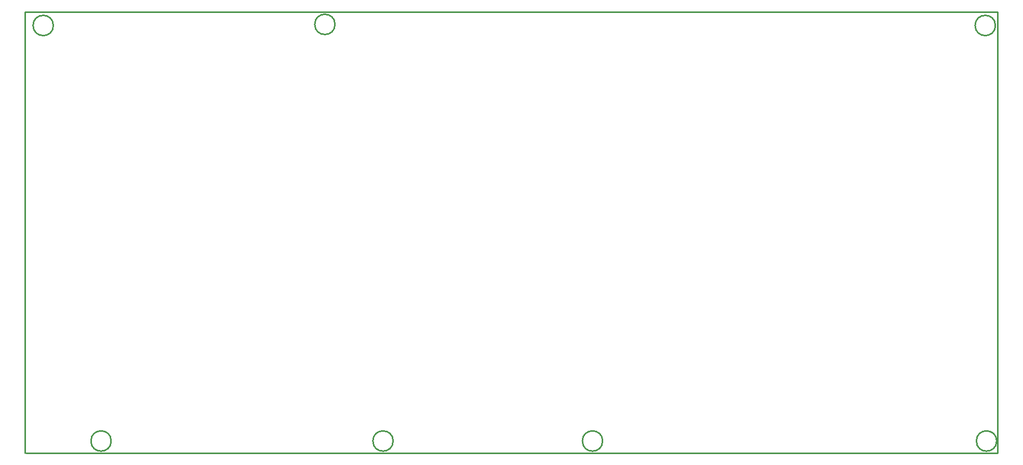
<source format=gko>
G04 Layer_Color=16711935*
%FSLAX25Y25*%
%MOIN*%
G70*
G01*
G75*
%ADD41C,0.01000*%
D41*
X17700Y274700D02*
G03*
X17700Y274700I-6500J0D01*
G01*
X622100D02*
G03*
X622100Y274700I-6500J0D01*
G01*
X622900Y7800D02*
G03*
X622900Y7800I-6500J0D01*
G01*
X370100D02*
G03*
X370100Y7800I-6500J0D01*
G01*
X235700D02*
G03*
X235700Y7800I-6500J0D01*
G01*
X54800D02*
G03*
X54800Y7800I-6500J0D01*
G01*
X198400Y275400D02*
G03*
X198400Y275400I-6500J0D01*
G01*
X0Y0D02*
X623600D01*
X-400Y283400D02*
X623600D01*
X-400Y0D02*
Y283400D01*
X623600Y0D02*
Y283400D01*
M02*

</source>
